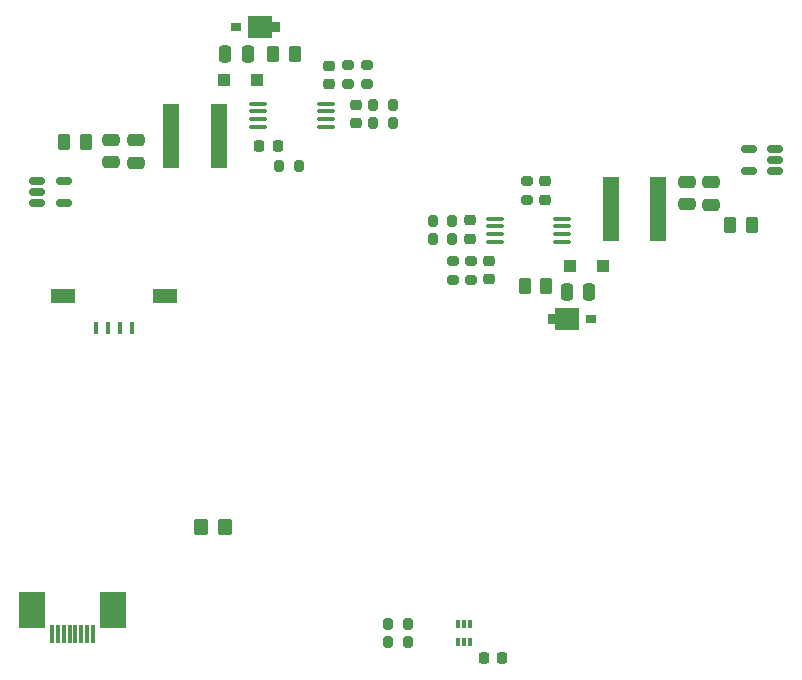
<source format=gbp>
G04 #@! TF.GenerationSoftware,KiCad,Pcbnew,8.0.2*
G04 #@! TF.CreationDate,2024-08-20T08:19:13+02:00*
G04 #@! TF.ProjectId,STS1_SIDEPANEL,53545331-5f53-4494-9445-50414e454c2e,rev?*
G04 #@! TF.SameCoordinates,Original*
G04 #@! TF.FileFunction,Paste,Bot*
G04 #@! TF.FilePolarity,Positive*
%FSLAX46Y46*%
G04 Gerber Fmt 4.6, Leading zero omitted, Abs format (unit mm)*
G04 Created by KiCad (PCBNEW 8.0.2) date 2024-08-20 08:19:13*
%MOMM*%
%LPD*%
G01*
G04 APERTURE LIST*
G04 Aperture macros list*
%AMRoundRect*
0 Rectangle with rounded corners*
0 $1 Rounding radius*
0 $2 $3 $4 $5 $6 $7 $8 $9 X,Y pos of 4 corners*
0 Add a 4 corners polygon primitive as box body*
4,1,4,$2,$3,$4,$5,$6,$7,$8,$9,$2,$3,0*
0 Add four circle primitives for the rounded corners*
1,1,$1+$1,$2,$3*
1,1,$1+$1,$4,$5*
1,1,$1+$1,$6,$7*
1,1,$1+$1,$8,$9*
0 Add four rect primitives between the rounded corners*
20,1,$1+$1,$2,$3,$4,$5,0*
20,1,$1+$1,$4,$5,$6,$7,0*
20,1,$1+$1,$6,$7,$8,$9,0*
20,1,$1+$1,$8,$9,$2,$3,0*%
G04 Aperture macros list end*
%ADD10R,0.300000X1.600000*%
%ADD11R,2.240000X3.120000*%
%ADD12RoundRect,0.225000X0.225000X0.250000X-0.225000X0.250000X-0.225000X-0.250000X0.225000X-0.250000X0*%
%ADD13R,1.430000X5.500000*%
%ADD14RoundRect,0.250000X-0.475000X0.250000X-0.475000X-0.250000X0.475000X-0.250000X0.475000X0.250000X0*%
%ADD15RoundRect,0.200000X-0.200000X-0.275000X0.200000X-0.275000X0.200000X0.275000X-0.200000X0.275000X0*%
%ADD16RoundRect,0.250000X0.300000X0.300000X-0.300000X0.300000X-0.300000X-0.300000X0.300000X-0.300000X0*%
%ADD17RoundRect,0.100000X-0.637500X-0.100000X0.637500X-0.100000X0.637500X0.100000X-0.637500X0.100000X0*%
%ADD18R,0.400000X1.000000*%
%ADD19R,2.000000X1.300000*%
%ADD20RoundRect,0.200000X-0.275000X0.200000X-0.275000X-0.200000X0.275000X-0.200000X0.275000X0.200000X0*%
%ADD21RoundRect,0.200000X0.275000X-0.200000X0.275000X0.200000X-0.275000X0.200000X-0.275000X-0.200000X0*%
%ADD22R,0.650000X0.950000*%
%ADD23R,2.000000X1.950000*%
%ADD24R,0.850000X0.650000*%
%ADD25RoundRect,0.150000X0.512500X0.150000X-0.512500X0.150000X-0.512500X-0.150000X0.512500X-0.150000X0*%
%ADD26RoundRect,0.200000X0.200000X0.275000X-0.200000X0.275000X-0.200000X-0.275000X0.200000X-0.275000X0*%
%ADD27RoundRect,0.225000X0.250000X-0.225000X0.250000X0.225000X-0.250000X0.225000X-0.250000X-0.225000X0*%
%ADD28RoundRect,0.100000X0.637500X0.100000X-0.637500X0.100000X-0.637500X-0.100000X0.637500X-0.100000X0*%
%ADD29RoundRect,0.250000X-0.262500X-0.450000X0.262500X-0.450000X0.262500X0.450000X-0.262500X0.450000X0*%
%ADD30RoundRect,0.250000X0.262500X0.450000X-0.262500X0.450000X-0.262500X-0.450000X0.262500X-0.450000X0*%
%ADD31RoundRect,0.250000X0.250000X0.475000X-0.250000X0.475000X-0.250000X-0.475000X0.250000X-0.475000X0*%
%ADD32RoundRect,0.250000X0.475000X-0.250000X0.475000X0.250000X-0.475000X0.250000X-0.475000X-0.250000X0*%
%ADD33RoundRect,0.250000X-0.350000X-0.450000X0.350000X-0.450000X0.350000X0.450000X-0.350000X0.450000X0*%
%ADD34RoundRect,0.225000X-0.225000X-0.250000X0.225000X-0.250000X0.225000X0.250000X-0.225000X0.250000X0*%
%ADD35RoundRect,0.225000X-0.250000X0.225000X-0.250000X-0.225000X0.250000X-0.225000X0.250000X0.225000X0*%
%ADD36RoundRect,0.150000X-0.512500X-0.150000X0.512500X-0.150000X0.512500X0.150000X-0.512500X0.150000X0*%
%ADD37RoundRect,0.250000X-0.250000X-0.475000X0.250000X-0.475000X0.250000X0.475000X-0.250000X0.475000X0*%
%ADD38RoundRect,0.085000X-0.085000X0.265000X-0.085000X-0.265000X0.085000X-0.265000X0.085000X0.265000X0*%
%ADD39RoundRect,0.250000X-0.300000X-0.300000X0.300000X-0.300000X0.300000X0.300000X-0.300000X0.300000X0*%
G04 APERTURE END LIST*
D10*
X96870000Y-127373000D03*
X97370000Y-127373000D03*
X97870000Y-127373000D03*
X98370000Y-127373000D03*
X98870000Y-127373000D03*
X99370000Y-127373000D03*
X99870000Y-127373000D03*
X100370000Y-127373000D03*
D11*
X95223000Y-125393000D03*
X102017000Y-125393000D03*
D12*
X115989800Y-86079200D03*
X114439800Y-86079200D03*
D13*
X106967500Y-85240000D03*
X111007500Y-85240000D03*
D14*
X104010000Y-85610000D03*
X104010000Y-87510000D03*
D15*
X125350000Y-126550000D03*
X127000000Y-126550000D03*
D16*
X114240000Y-80490000D03*
X111440000Y-80490000D03*
D17*
X114358900Y-84438000D03*
X114358900Y-83788000D03*
X114358900Y-83138000D03*
X114358900Y-82488000D03*
X120083900Y-82488000D03*
X120083900Y-83138000D03*
X120083900Y-83788000D03*
X120083900Y-84438000D03*
D18*
X100640000Y-101500000D03*
X101640000Y-101500000D03*
X102640000Y-101500000D03*
X103640000Y-101500000D03*
D19*
X97840000Y-98800000D03*
X106440000Y-98800000D03*
D20*
X130842000Y-95787000D03*
X130842000Y-97437000D03*
D21*
X137066500Y-90679000D03*
X137066500Y-89029000D03*
D22*
X115860000Y-76030000D03*
D23*
X114535000Y-76030000D03*
D24*
X112480000Y-76030000D03*
D25*
X158141500Y-86330000D03*
X158141500Y-87280000D03*
X158141500Y-88230000D03*
X155866500Y-88230000D03*
X155866500Y-86330000D03*
D22*
X139180000Y-100770000D03*
D23*
X140505000Y-100770000D03*
D24*
X142560000Y-100770000D03*
D14*
X101880000Y-85580000D03*
X101880000Y-87480000D03*
D26*
X125740000Y-84175000D03*
X124090000Y-84175000D03*
D27*
X132240500Y-93931000D03*
X132240500Y-92381000D03*
D21*
X123550000Y-80845000D03*
X123550000Y-79195000D03*
D28*
X140104000Y-92242000D03*
X140104000Y-92892000D03*
X140104000Y-93542000D03*
X140104000Y-94192000D03*
X134379000Y-94192000D03*
X134379000Y-93542000D03*
X134379000Y-92892000D03*
X134379000Y-92242000D03*
D27*
X120330000Y-80820000D03*
X120330000Y-79270000D03*
D15*
X116140000Y-87740000D03*
X117790000Y-87740000D03*
D29*
X97907500Y-85725000D03*
X99732500Y-85725000D03*
D30*
X117440000Y-78310000D03*
X115615000Y-78310000D03*
D31*
X113460000Y-78300000D03*
X111560000Y-78300000D03*
D26*
X125735000Y-82635000D03*
X124085000Y-82635000D03*
D32*
X150654000Y-91024000D03*
X150654000Y-89124000D03*
D33*
X109500000Y-118325000D03*
X111500000Y-118325000D03*
D34*
X133475000Y-129450000D03*
X135025000Y-129450000D03*
D32*
X152686000Y-91058000D03*
X152686000Y-89158000D03*
D21*
X132366000Y-97437000D03*
X132366000Y-95787000D03*
D35*
X138590500Y-89079000D03*
X138590500Y-90629000D03*
D30*
X156138500Y-92802000D03*
X154313500Y-92802000D03*
D35*
X122630000Y-82610000D03*
X122630000Y-84160000D03*
D29*
X136916000Y-97969000D03*
X138741000Y-97969000D03*
D36*
X95642500Y-90920000D03*
X95642500Y-89970000D03*
X95642500Y-89020000D03*
X97917500Y-89020000D03*
X97917500Y-90920000D03*
D15*
X125350000Y-128100000D03*
X127000000Y-128100000D03*
D20*
X121950000Y-79195000D03*
X121950000Y-80845000D03*
D37*
X140480000Y-98430000D03*
X142380000Y-98430000D03*
D35*
X133890000Y-95837000D03*
X133890000Y-97387000D03*
D15*
X129129500Y-92394000D03*
X130779500Y-92394000D03*
D13*
X148218500Y-91378000D03*
X144178500Y-91378000D03*
D38*
X131282500Y-126575000D03*
X131782500Y-126575000D03*
X132282500Y-126575000D03*
X132282500Y-128075000D03*
X131782500Y-128075000D03*
X131282500Y-128075000D03*
D39*
X140746500Y-96204000D03*
X143546500Y-96204000D03*
D15*
X129129500Y-93918000D03*
X130779500Y-93918000D03*
M02*

</source>
